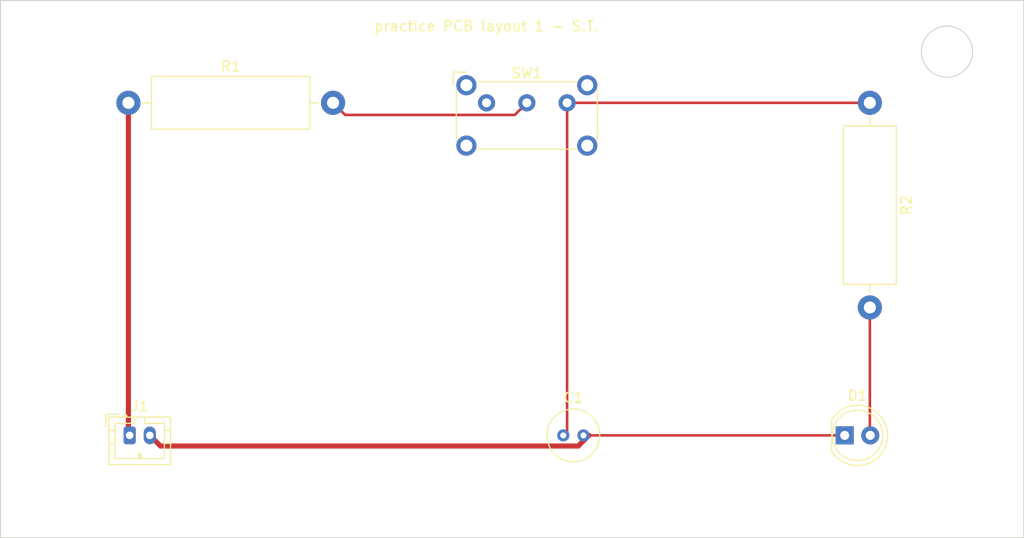
<source format=kicad_pcb>
(kicad_pcb (version 20211014) (generator pcbnew)
  (layers (0 "F.Cu" signal) (31 "B.Cu" signal) (34 "B.Paste" user) (35 "F.Paste" user) (36 "B.SilkS" user "B.Silkscreen") (37 "F.SilkS" user "F.Silkscreen") (38 "B.Mask" user) (39 "F.Mask" user) (44 "Edge.Cuts" user))
  (net 0 "")
  (net 1 "Net-(C1-Pad1)")
  (net 2 "Net-(C1-Pad2)")
  (net 3 "Net-(D1-Pad2)")
  (net 4 "Net-(J1-Pad1)")
  (net 5 "Net-(R1-Pad2)")
  (footprint "Connector_JST:JST_PH_B2B-PH-K_1x02_P2.00mm_Vertical" (layer "F.Cu") (at 89.025 81.28)
    (fp_text reference "J1" (at 1 -2.9) (layer "F.SilkS"))
    (fp_text value "9 V")
    (fp_line (start -2.06 -0.5) (end -1.45 -0.5) (layer "F.SilkS") (width 0.12))
    (fp_line (start 1.1 1.8) (end 1.1 2.3) (layer "F.SilkS") (width 0.12))
    (fp_line (start 4.06 2.91) (end 4.06 -1.81) (layer "F.SilkS") (width 0.12))
    (fp_line (start -1.45 2.3) (end 3.45 2.3) (layer "F.SilkS") (width 0.12))
    (fp_line (start -1.11 -2.11) (end -2.36 -2.11) (layer "F.SilkS") (width 0.12))
    (fp_line (start -1.45 -1.2) (end -1.45 2.3) (layer "F.SilkS") (width 0.12))
    (fp_line (start -0.3 -1.81) (end -0.3 -2.01) (layer "F.SilkS") (width 0.12))
    (fp_line (start -2.06 -1.81) (end -2.06 2.91) (layer "F.SilkS") (width 0.12))
    (fp_line (start 0.9 2.3) (end 0.9 1.8) (layer "F.SilkS") (width 0.12))
    (fp_line (start 0.5 -1.2) (end -1.45 -1.2) (layer "F.SilkS") (width 0.12))
    (fp_line (start 0.9 1.8) (end 1.1 1.8) (layer "F.SilkS") (width 0.12))
    (fp_line (start 3.45 2.3) (end 3.45 -1.2) (layer "F.SilkS") (width 0.12))
    (fp_line (start 1.5 -1.2) (end 1.5 -1.81) (layer "F.SilkS") (width 0.12))
    (fp_line (start 4.06 -1.81) (end -2.06 -1.81) (layer "F.SilkS") (width 0.12))
    (fp_line (start -0.3 -1.91) (end -0.6 -1.91) (layer "F.SilkS") (width 0.12))
    (fp_line (start -2.36 -2.11) (end -2.36 -0.86) (layer "F.SilkS") (width 0.12))
    (fp_line (start -2.06 0.8) (end -1.45 0.8) (layer "F.SilkS") (width 0.12))
    (fp_line (start -0.3 -2.01) (end -0.6 -2.01) (layer "F.SilkS") (width 0.12))
    (fp_line (start 0.5 -1.81) (end 0.5 -1.2) (layer "F.SilkS") (width 0.12))
    (fp_line (start -2.06 2.91) (end 4.06 2.91) (layer "F.SilkS") (width 0.12))
    (fp_line (start 1 2.3) (end 1 1.8) (layer "F.SilkS") (width 0.12))
    (fp_line (start -0.6 -2.01) (end -0.6 -1.81) (layer "F.SilkS") (width 0.12))
    (fp_line (start 3.45 -1.2) (end 1.5 -1.2) (layer "F.SilkS") (width 0.12))
    (fp_line (start 4.06 -0.5) (end 3.45 -0.5) (layer "F.SilkS") (width 0.12))
    (fp_line (start 4.06 0.8) (end 3.45 0.8) (layer "F.SilkS") (width 0.12))
    (pad "1" thru_hole roundrect (at 0 0) (size 1.2 1.75) (drill 0.75) (layers *.Cu *.Mask) (roundrect_rratio 0.2083333333) (net 4 "Net-(J1-Pad1)"))
    (pad "2" thru_hole oval (at 2 0) (size 1.2 1.75) (drill 0.75) (layers *.Cu *.Mask) (net 2 "Net-(C1-Pad2)"))
  )
  (footprint "Button_Switch_THT:SW_E-Switch_EG1224_SPDT_Angled" (layer "F.Cu") (at 124.46 48.26)
    (fp_text reference "SW1" (at 4 -2.95) (layer "F.SilkS"))
    (fp_text value "SW_SPDT")
    (fp_line (start -0.95 -2.1) (end 8.95 -2.1) (layer "F.SilkS") (width 0.12))
    (fp_line (start -3.3 -3.05) (end -2 -3.05) (layer "F.SilkS") (width 0.12))
    (fp_line (start -3.3 -1.75) (end -3.3 -3.05) (layer "F.SilkS") (width 0.12))
    (fp_line (start -3 3.85) (end -3 -1.35) (layer "F.SilkS") (width 0.12))
    (fp_line (start 8.95 4.6) (end -0.95 4.6) (layer "F.SilkS") (width 0.12))
    (fp_line (start 11 -1.35) (end 11 3.85) (layer "F.SilkS") (width 0.12))
    (pad "" thru_hole circle (at -2 4.25) (size 2 2) (drill 1.2) (layers *.Cu *.Mask))
    (pad "" thru_hole circle (at -2 -1.75) (size 2 2) (drill 1.2) (layers *.Cu *.Mask))
    (pad "" thru_hole circle (at 10 4.25) (size 2 2) (drill 1.2) (layers *.Cu *.Mask))
    (pad "" thru_hole circle (at 10 -1.75) (size 2 2) (drill 1.2) (layers *.Cu *.Mask))
    (pad "1" thru_hole circle (at 0 0) (size 1.7 1.7) (drill 0.9) (layers *.Cu *.Mask))
    (pad "2" thru_hole circle (at 4 0) (size 1.7 1.7) (drill 0.9) (layers *.Cu *.Mask) (net 5 "Net-(R1-Pad2)"))
    (pad "3" thru_hole circle (at 8 0) (size 1.7 1.7) (drill 0.9) (layers *.Cu *.Mask) (net 1 "Net-(C1-Pad1)"))
  )
  (footprint "LED_THT:LED_D5.0mm" (layer "F.Cu") (at 160.02 81.28)
    (fp_text reference "D1" (at 1.27 -3.96) (layer "F.SilkS"))
    (fp_text value "LED")
    (fp_line (start -1.29 -1.545) (end -1.29 1.545) (layer "F.SilkS") (width 0.12))
    (fp_arc (start -1.29 -1.54483) (mid 2.072002 -2.880433) (end 4.26 0.000462) (layer "F.SilkS") (width 0.12))
    (fp_arc (start 4.26 -0.000462) (mid 2.072002 2.880433) (end -1.29 1.54483) (layer "F.SilkS") (width 0.12))
    (fp_circle (center 1.27 0) (end 3.77 0) (layer "F.SilkS") (width 0.12) (fill none))
    (pad "1" thru_hole rect (at 0 0) (size 1.8 1.8) (drill 0.9) (layers *.Cu *.Mask) (net 2 "Net-(C1-Pad2)"))
    (pad "2" thru_hole circle (at 2.54 0) (size 1.8 1.8) (drill 0.9) (layers *.Cu *.Mask) (net 3 "Net-(D1-Pad2)"))
  )
  (footprint "Resistor_THT:R_Axial_DIN0516_L15.5mm_D5.0mm_P20.32mm_Horizontal" (layer "F.Cu") (at 162.52 48.26 -90)
    (fp_text reference "R2" (at 10.16 -3.62 90) (layer "F.SilkS"))
    (fp_text value "20 kΩ")
    (fp_line (start 18.03 -2.62) (end 2.29 -2.62) (layer "F.SilkS") (width 0.12))
    (fp_line (start 2.29 -2.62) (end 2.29 2.62) (layer "F.SilkS") (width 0.12))
    (fp_line (start 18.88 0) (end 18.03 0) (layer "F.SilkS") (width 0.12))
    (fp_line (start 2.29 2.62) (end 18.03 2.62) (layer "F.SilkS") (width 0.12))
    (fp_line (start 18.03 2.62) (end 18.03 -2.62) (layer "F.SilkS") (width 0.12))
    (fp_line (start 1.44 0) (end 2.29 0) (layer "F.SilkS") (width 0.12))
    (pad "1" thru_hole circle (at 0 0 270) (size 2.4 2.4) (drill 1.2) (layers *.Cu *.Mask) (net 1 "Net-(C1-Pad1)"))
    (pad "2" thru_hole oval (at 20.32 0 270) (size 2.4 2.4) (drill 1.2) (layers *.Cu *.Mask) (net 3 "Net-(D1-Pad2)"))
  )
  (footprint "Resistor_THT:R_Axial_DIN0516_L15.5mm_D5.0mm_P20.32mm_Horizontal" (layer "F.Cu") (at 88.9 48.26)
    (fp_text reference "R1" (at 10.16 -3.62) (layer "F.SilkS"))
    (fp_text value "2.2 kΩ")
    (fp_line (start 18.88 0) (end 18.03 0) (layer "F.SilkS") (width 0.12))
    (fp_line (start 18.03 2.62) (end 18.03 -2.62) (layer "F.SilkS") (width 0.12))
    (fp_line (start 18.03 -2.62) (end 2.29 -2.62) (layer "F.SilkS") (width 0.12))
    (fp_line (start 1.44 0) (end 2.29 0) (layer "F.SilkS") (width 0.12))
    (fp_line (start 2.29 2.62) (end 18.03 2.62) (layer "F.SilkS") (width 0.12))
    (fp_line (start 2.29 -2.62) (end 2.29 2.62) (layer "F.SilkS") (width 0.12))
    (pad "1" thru_hole circle (at 0 0) (size 2.4 2.4) (drill 1.2) (layers *.Cu *.Mask) (net 4 "Net-(J1-Pad1)"))
    (pad "2" thru_hole oval (at 20.32 0) (size 2.4 2.4) (drill 1.2) (layers *.Cu *.Mask) (net 5 "Net-(R1-Pad2)"))
  )
  (footprint "Capacitor_THT:C_Radial_D5.0mm_H5.0mm_P2.00mm" (layer "F.Cu") (at 132.08 81.28)
    (fp_text reference "C1" (at 1 -3.75) (layer "F.SilkS"))
    (fp_text value "4.7 µF")
    (fp_circle (center 1 0) (end 3.62 0) (layer "F.SilkS") (width 0.12) (fill none))
    (pad "1" thru_hole circle (at 0 0) (size 1.2 1.2) (drill 0.6) (layers *.Cu *.Mask) (net 1 "Net-(C1-Pad1)"))
    (pad "2" thru_hole circle (at 2 0) (size 1.2 1.2) (drill 0.6) (layers *.Cu *.Mask) (net 2 "Net-(C1-Pad2)"))
  )
  (gr_circle (center 170.18 43.18) (end 172.72 43.18) (layer "Edge.Cuts") (width 0.1) (fill none))
  (gr_rect (start 76.2 38.1) (end 177.8 91.44) (layer "Edge.Cuts") (width 0.1) (fill none))
  (gr_text "practice PCB layout 1 - S.T." (at 124.46 40.64) (layer "F.SilkS") (effects (font (size 1 1))))
  (segment (start 132.46 48.26) (end 132.46 80.9) (width 0.254) (layer "F.Cu") (net 1))
  (segment (start 132.46 80.9) (end 132.08 81.28) (width 0.254) (layer "F.Cu") (net 1))
  (segment (start 132.46 48.26) (end 162.52 48.26) (width 0.254) (layer "F.Cu") (net 1))
  (segment (start 91.025 81.28) (end 92.079 82.334) (width 0.508) (layer "F.Cu") (net 2))
  (segment (start 92.079 82.334) (end 133.566 82.334) (width 0.508) (layer "F.Cu") (net 2))
  (segment (start 160.02 81.28) (end 134.08 81.28) (width 0.254) (layer "F.Cu") (net 2))
  (segment (start 133.566 82.334) (end 134.62 81.28) (width 0.508) (layer "F.Cu") (net 2))
  (segment (start 162.52 81.24) (end 162.56 81.28) (width 0.254) (layer "F.Cu") (net 3))
  (segment (start 162.52 68.58) (end 162.52 81.24) (width 0.254) (layer "F.Cu") (net 3))
  (segment (start 89.025 81.28) (end 88.9 81.155) (width 0.508) (layer "F.Cu") (net 4))
  (segment (start 88.9 81.155) (end 88.9 48.26) (width 0.508) (layer "F.Cu") (net 4))
  (segment (start 110.42 49.46) (end 127.26 49.46) (width 0.254) (layer "F.Cu") (net 5))
  (segment (start 109.22 48.26) (end 110.42 49.46) (width 0.254) (layer "F.Cu") (net 5))
  (segment (start 127.26 49.46) (end 128.46 48.26) (width 0.254) (layer "F.Cu") (net 5))
)
</source>
